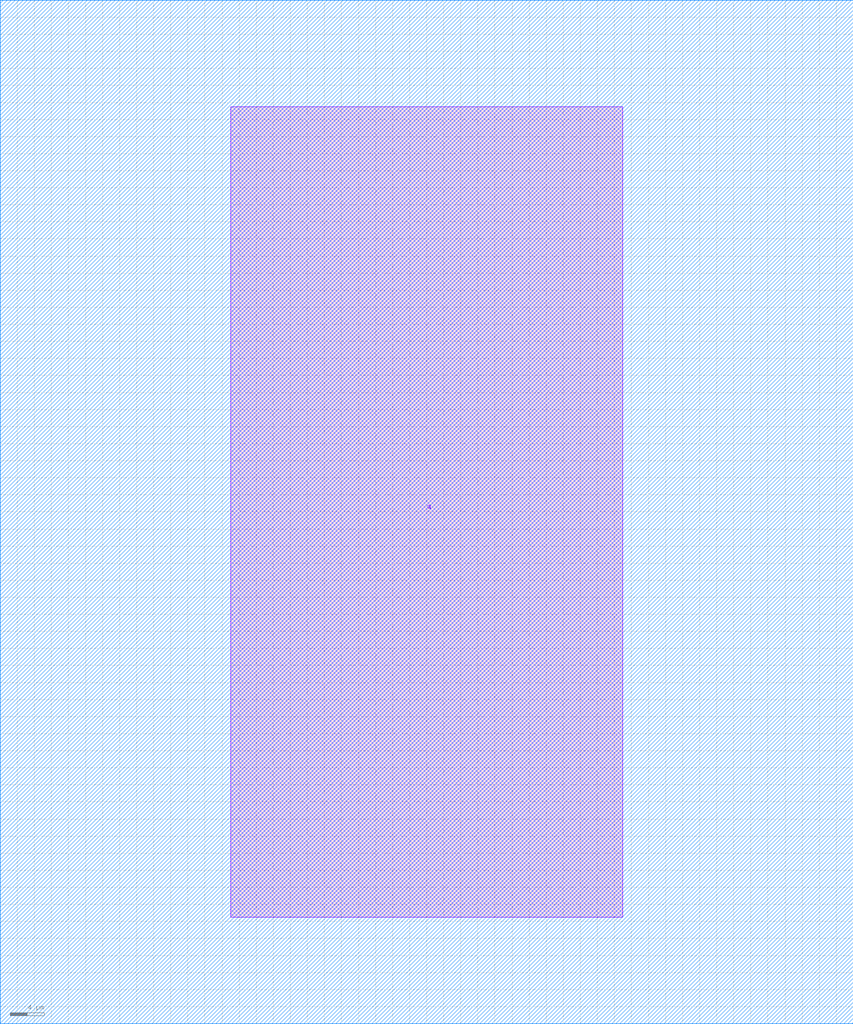
<source format=lef>
VERSION 5.8 ;

BUSBITCHARS "[]" ;

DIVIDERCHAR "/" ;

UNITS
	DATABASE MICRONS 1000 ;
END UNITS

MANUFACTURINGGRID 0.01 ;

CLEARANCEMEASURE EUCLIDEAN ;

USEMINSPACING OBS ON ;

SITE CoreSite
	CLASS CORE ;
	SIZE 1 BY 160 ;
END CoreSite

LAYER M1
	TYPE ROUTING ;
	DIRECTION HORIZONTAL ;
	WIDTH 4.4 ;
	SPACING 5.6 ;
	SPACING 0.09 ENDOFLINE 0.09 WITHIN 0.025 ;
	SPACINGTABLE
		PARALLELRUNLENGTH 0.0
		WIDTH 0.0 0.06
		WIDTH 0.1 0.1
		WIDTH 0.75 0.25
		WIDTH 1.5 0.45 ;
	PITCH 10.0 10.0 ;
END M1

LAYER via1
	TYPE CUT ;
	SPACING 5.6 ;
	WIDTH 4.4 ;
END via1

LAYER M2
	TYPE ROUTING ;
	DIRECTION VERTICAL ;
	WIDTH 4.4 ;
	SPACING 5.6 ;
	SPACING 0.09 ENDOFLINE 0.09 WITHIN 0.025 ;
	SPACINGTABLE
		PARALLELRUNLENGTH 0.0
		WIDTH 0.0 0.06
		WIDTH 0.1 0.1
		WIDTH 0.75 0.25
		WIDTH 1.5 0.45 ;
	PITCH 10.0 10.0 ;
END M2

LAYER via2
	TYPE CUT ;
	SPACING 5.6 ;
	WIDTH 4.4 ;
END via2

LAYER M3
	TYPE ROUTING ;
	DIRECTION HORIZONTAL ;
	WIDTH 4.4 ;
	SPACING 5.6 ;
	SPACING 0.09 ENDOFLINE 0.09 WITHIN 0.025 ;
	SPACINGTABLE
		PARALLELRUNLENGTH 0.0
		WIDTH 0.0 0.06
		WIDTH 0.1 0.1
		WIDTH 0.75 0.25
		WIDTH 1.5 0.45 ;
	PITCH 10.0 10.0 ;
END M3

LAYER via3
	TYPE CUT ;
	SPACING 5.6 ;
	WIDTH 4.4 ;
END via3

LAYER M4
	TYPE ROUTING ;
	DIRECTION VERTICAL ;
	WIDTH 4.4 ;
	SPACING 5.6 ;
	SPACING 0.09 ENDOFLINE 0.09 WITHIN 0.025 ;
	SPACINGTABLE
		PARALLELRUNLENGTH 0.0
		WIDTH 0.0 0.06
		WIDTH 0.1 0.1
		WIDTH 0.75 0.25
		WIDTH 1.5 0.45 ;
	PITCH 10.0 10.0 ;
END M4

LAYER via4
	TYPE CUT ;
	SPACING 5.6 ;
	WIDTH 4.4 ;
END via4

LAYER M5
	TYPE ROUTING ;
	DIRECTION HORIZONTAL ;
	WIDTH 4.4 ;
	SPACING 5.6 ;
	SPACING 0.09 ENDOFLINE 0.09 WITHIN 0.025 ;
	SPACINGTABLE
		PARALLELRUNLENGTH 0.0
		WIDTH 0.0 0.06
		WIDTH 0.1 0.1
		WIDTH 0.75 0.25
		WIDTH 1.5 0.45 ;
	PITCH 10.0 10.0 ;
END M5

LAYER OVERLAP
	TYPE OVERLAP ;
END OVERLAP

VIA VIA12 DEFAULT
	LAYER M1 ;
		RECT -2.2 -2.2 2.2 2.2 ;
	LAYER via1 ;
		RECT -2.2 -2.2 2.2 2.2 ;
	LAYER M2 ;
		RECT -2.2 -2.2 2.2 2.2 ;
END VIA12

VIA VIA23 DEFAULT
	LAYER M2 ;
		RECT -2.2 -2.2 2.2 2.2 ;
	LAYER via2 ;
		RECT -2.2 -2.2 2.2 2.2 ;
	LAYER M3 ;
		RECT -2.2 -2.2 2.2 2.2 ;
END VIA23

VIA VIA34 DEFAULT
	LAYER M3 ;
		RECT -2.2 -2.2 2.2 2.2 ;
	LAYER via3 ;
		RECT -2.2 -2.2 2.2 2.2 ;
	LAYER M4 ;
		RECT -2.2 -2.2 2.2 2.2 ;
END VIA34

VIA VIA45 DEFAULT
	LAYER M4 ;
		RECT -2.2 -2.2 2.2 2.2 ;
	LAYER via4 ;
		RECT -2.2 -2.2 2.2 2.2 ;
	LAYER M5 ;
		RECT -2.2 -2.2 2.2 2.2 ;
END VIA45

MACRO PAD
	CLASS CORE ;
	ORIGIN 0.0 0.0 ;
	SIZE 100.0 BY 120.0 ;
	SYMMETRY X Y ;
	SITE CoreSite ;
	PIN a
	DIRECTION INOUT ;
	USE SIGNAL ;
		PORT
			LAYER M1 ;
				RECT 27.0 12.5 73.0 107.5 ;
			LAYER M5 ;
				RECT 27.0 12.5 73.0 107.5 ;
		END
	END a
END PAD

MACRO LSmitll_AND2T
	CLASS CORE ;
	SIZE 100.0 BY 70.0 ;
	ORIGIN 0.0 0.0 ;
	SYMMETRY X Y ;
	SITE CoreSite ;
	PIN b
	DIRECTION INPUT ;
	USE SIGNAL ;
		PORT
			LAYER M3 ;
				RECT 82.8 52.8 87.2 57.2 ;
		END
	END b
	PIN clk
	DIRECTION INPUT ;
	USE CLOCK ;
		PORT
			LAYER M3 ;
				RECT 12.8 52.8 17.2 57.2 ;
		END
	END clk
	PIN a
	DIRECTION INPUT ;
	USE SIGNAL ;
		PORT
			LAYER M3 ;
				RECT 12.8 12.8 17.2 17.2 ;
		END
	END a
	PIN q
	DIRECTION OUTPUT ;
	USE SIGNAL ;
		PORT
			LAYER M3 ;
				RECT 82.8 12.8 87.2 17.2 ;
		END
	END q
END LSmitll_AND2T

MACRO LSmitll_DCSFQ-PTLTX
	CLASS CORE ;
	SIZE 60.1 BY 50.0 ;
	ORIGIN -0.1 0.0 ;
	SYMMETRY X Y ;
	SITE CoreSite ;
	PIN q
	DIRECTION OUTPUT ;
	USE SIGNAL ;
		PORT
			LAYER M3 ;
				RECT 52.8 12.8 57.2 17.2 ;
		END
	END q
END LSmitll_DCSFQ-PTLTX

MACRO LSmitll_OR2T
	CLASS CORE ;
	SIZE 100.0 BY 70.0 ;
	ORIGIN 0.0 0.0 ;
	SYMMETRY X Y ;
	SITE CoreSite ;
	PIN clk
	DIRECTION INPUT ;
	USE CLOCK ;
		PORT
			LAYER M3 ;
				RECT 82.8 52.8 87.2 57.2 ;
		END
	END clk
	PIN b
	DIRECTION INPUT ;
	USE SIGNAL ;
		PORT
			LAYER M3 ;
				RECT 12.8 52.8 17.2 57.2 ;
		END
	END b
	PIN a
	DIRECTION INPUT ;
	USE SIGNAL ;
		PORT
			LAYER M3 ;
				RECT 12.8 12.8 17.2 17.2 ;
		END
	END a
	PIN q
	DIRECTION OUTPUT ;
	USE SIGNAL ;
		PORT
			LAYER M3 ;
				RECT 82.8 12.8 87.2 17.2 ;
		END
	END q
END LSmitll_OR2T

MACRO LSmitll_PTLTX
	CLASS CORE ;
	SIZE 30.1 BY 70.0 ;
	ORIGIN -0.1 0.0 ;
	SYMMETRY X Y ;
	SITE CoreSite ;
	PIN q
	DIRECTION OUTPUT ;
	USE SIGNAL ;
		PORT
			LAYER M3 ;
				RECT 22.8 2.8 27.2 7.2 ;
		END
	END q
END LSmitll_PTLTX

MACRO LSmitll_JTLT
	CLASS CORE ;
	SIZE 40.0 BY 70.0 ;
	ORIGIN 0.0 0.0 ;
	SYMMETRY X Y ;
	SITE CoreSite ;
	PIN a
	DIRECTION INPUT ;
	USE SIGNAL ;
		PORT
			LAYER M3 ;
				RECT 2.8 52.8 7.2 57.2 ;
		END
	END a
	PIN q
	DIRECTION OUTPUT ;
	USE SIGNAL ;
		PORT
			LAYER M3 ;
				RECT 32.8 12.8 37.2 17.2 ;
		END
	END q
END LSmitll_JTLT

MACRO LSmitll_NDROT
	CLASS CORE ;
	SIZE 120.0 BY 70.0 ;
	ORIGIN 0.0 0.0 ;
	SYMMETRY X Y ;
	SITE CoreSite ;
	PIN in_clk
	DIRECTION INPUT ;
	USE CLOCK ;
		PORT
			LAYER M3 ;
				RECT 102.8 52.8 107.2 57.2 ;
		END
	END in_clk
	PIN a
	DIRECTION INPUT ;
	USE SIGNAL ;
		PORT
			LAYER M3 ;
				RECT 12.8 52.8 17.2 57.2 ;
		END
	END a
	PIN b
	DIRECTION INPUT ;
	USE SIGNAL ;
		PORT
			LAYER M3 ;
				RECT 12.8 12.8 17.2 17.2 ;
		END
	END b
	PIN q
	DIRECTION OUTPUT ;
	USE SIGNAL ;
		PORT
			LAYER M3 ;
				RECT 102.8 12.8 107.2 17.2 ;
		END
	END q
END LSmitll_NDROT

MACRO LSmitll_PTLRX_SFQDC
	CLASS CORE ;
	SIZE 100.1 BY 70.0 ;
	ORIGIN 0.0 0.0 ;
	SYMMETRY X Y ;
	SITE CoreSite ;
	PIN a
	DIRECTION INPUT ;
	USE SIGNAL ;
		PORT
			LAYER M3 ;
				RECT 12.8 52.8 17.2 57.2 ;
		END
	END a
END LSmitll_PTLRX_SFQDC

MACRO LSmitll_DFFT
	CLASS CORE ;
	SIZE 80.0 BY 70.0 ;
	ORIGIN 0.0 0.0 ;
	SYMMETRY X Y ;
	SITE CoreSite ;
	PIN clk
	DIRECTION INPUT ;
	USE CLOCK ;
		PORT
			LAYER M3 ;
				RECT 12.8 52.8 17.2 57.2 ;
		END
	END clk
	PIN a
	DIRECTION INPUT ;
	USE SIGNAL ;
		PORT
			LAYER M3 ;
				RECT 12.8 12.8 17.2 17.2 ;
		END
	END a
	PIN q
	DIRECTION OUTPUT ;
	USE SIGNAL ;
		PORT
			LAYER M3 ;
				RECT 62.8 12.8 67.2 17.2 ;
		END
	END q
END LSmitll_DFFT

MACRO LSmitll_NOTT
	CLASS CORE ;
	SIZE 100.0 BY 70.0 ;
	ORIGIN 0.0 0.0 ;
	SYMMETRY X Y ;
	SITE CoreSite ;
	PIN a
	DIRECTION INPUT ;
	USE SIGNAL ;
		PORT
			LAYER M3 ;
				RECT 12.8 52.8 17.2 57.2 ;
		END
	END a
	PIN clk
	DIRECTION INPUT ;
	USE CLOCK ;
		PORT
			LAYER M3 ;
				RECT 12.8 12.8 17.2 17.2 ;
		END
	END clk
	PIN q
	DIRECTION OUTPUT ;
	USE SIGNAL ;
		PORT
			LAYER M3 ;
				RECT 82.8 12.8 87.2 17.2 ;
		END
	END q
END LSmitll_NOTT

MACRO LSmitll_SPLITT
	CLASS CORE ;
	SIZE 50.0 BY 70.0 ;
	ORIGIN 0.0 0.0 ;
	SYMMETRY X Y ;
	SITE CoreSite ;
	PIN a
	DIRECTION INPUT ;
	USE SIGNAL ;
		PORT
			LAYER M3 ;
				RECT 12.8 52.8 17.2 57.2 ;
		END
	END a
	PIN q0
	DIRECTION OUTPUT ;
	USE SIGNAL ;
		PORT
			LAYER M3 ;
				RECT 12.8 12.8 17.2 17.2 ;
		END
	END q0
	PIN q1
	DIRECTION OUTPUT ;
	USE SIGNAL ;
		PORT
			LAYER M3 ;
				RECT 32.8 12.8 37.2 17.2 ;
		END
	END q1
END LSmitll_SPLITT

MACRO LSmitll_XORT
	CLASS CORE ;
	SIZE 100.0 BY 70.0 ;
	ORIGIN 0.0 0.0 ;
	SYMMETRY X Y ;
	SITE CoreSite ;
	PIN clk
	DIRECTION INPUT ;
	USE CLOCK ;
		PORT
			LAYER M3 ;
				RECT 82.8 52.8 87.2 57.2 ;
		END
	END clk
	PIN a
	DIRECTION INPUT ;
	USE SIGNAL ;
		PORT
			LAYER M3 ;
				RECT 12.8 52.8 17.2 57.2 ;
		END
	END a
	PIN b
	DIRECTION INPUT ;
	USE SIGNAL ;
		PORT
			LAYER M3 ;
				RECT 12.8 12.8 17.2 17.2 ;
		END
	END b
	PIN q
	DIRECTION OUTPUT ;
	USE SIGNAL ;
		PORT
			LAYER M3 ;
				RECT 82.8 12.8 87.2 17.2 ;
		END
	END q
END LSmitll_XORT

END LIBRARY

</source>
